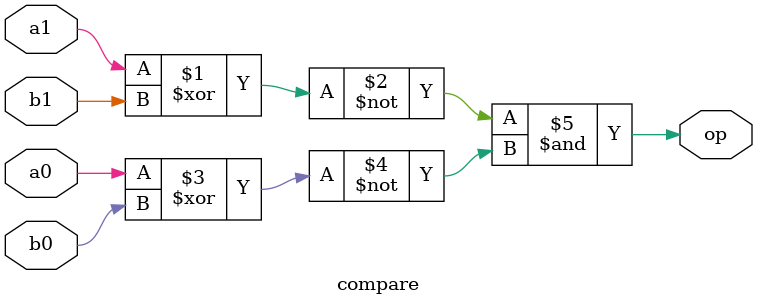
<source format=v>
`timescale 1ns / 1ps


module compare(
    input a1,
    input a0,
    input b1,
    input b0,
    output op
    );
assign op=~(a1^b1)&~(a0^b0);
endmodule

</source>
